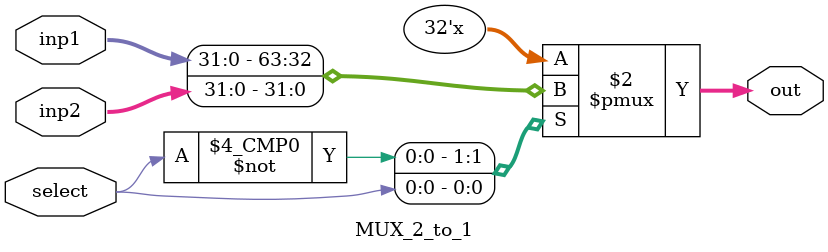
<source format=v>
module MUX_2_to_1
(
    select,
    inp1,
    inp2,
    out
);

    parameter                    WORD_WIDTH = 32;
    input                        select;
    input      [WORD_WIDTH-1:0]            inp1, inp2;
    output reg [WORD_WIDTH-1:0]            out;

    always @(select, inp1, inp2) begin
        out = 0;

        case(select)
            1'd0: out = inp1;
            1'd1: out = inp2;
            default: out = 0;
        endcase
        
    end

endmodule
</source>
